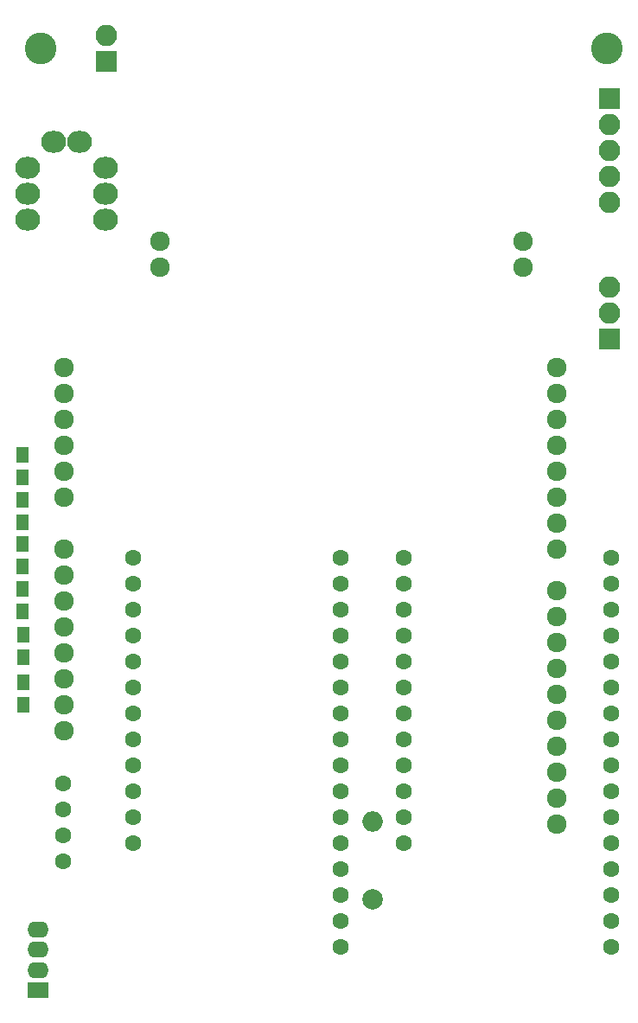
<source format=gbr>
G04 #@! TF.FileFunction,Soldermask,Top*
%FSLAX46Y46*%
G04 Gerber Fmt 4.6, Leading zero omitted, Abs format (unit mm)*
G04 Created by KiCad (PCBNEW 4.0.5) date 03/14/17 11:21:07*
%MOMM*%
%LPD*%
G01*
G04 APERTURE LIST*
%ADD10C,0.100000*%
%ADD11C,3.100000*%
%ADD12O,2.432000X2.127200*%
%ADD13R,2.100000X1.600000*%
%ADD14O,2.100000X1.600000*%
%ADD15C,1.600000*%
%ADD16C,1.924000*%
%ADD17R,2.100000X2.100000*%
%ADD18O,2.100000X2.100000*%
%ADD19C,2.000000*%
%ADD20O,2.000000X2.000000*%
%ADD21R,1.300000X1.600000*%
G04 APERTURE END LIST*
D10*
D11*
X53250000Y-53250000D03*
D12*
X59620000Y-64920000D03*
X59620000Y-67460000D03*
X59620000Y-70000000D03*
X57080000Y-62380000D03*
X54540000Y-62380000D03*
X52000000Y-64920000D03*
X52000000Y-67460000D03*
X52000000Y-70000000D03*
D13*
X53000000Y-145500000D03*
D14*
X53000000Y-143500000D03*
X53000000Y-141500000D03*
X53000000Y-139500000D03*
D15*
X82670000Y-141240000D03*
X82670000Y-138700000D03*
X82670000Y-136160000D03*
X82670000Y-133620000D03*
X62350000Y-131080000D03*
X82670000Y-131080000D03*
X62350000Y-128540000D03*
X82670000Y-128540000D03*
X62350000Y-126000000D03*
X82670000Y-126000000D03*
X62350000Y-123460000D03*
X82670000Y-123460000D03*
X62350000Y-120920000D03*
X82670000Y-120920000D03*
X62350000Y-118380000D03*
X82670000Y-118380000D03*
X62350000Y-115840000D03*
X82670000Y-115840000D03*
X62350000Y-113300000D03*
X82670000Y-113300000D03*
X62350000Y-110760000D03*
X82670000Y-110760000D03*
X62350000Y-108220000D03*
X82670000Y-108220000D03*
X62350000Y-105680000D03*
X82670000Y-105680000D03*
X62350000Y-103140000D03*
X82670000Y-103140000D03*
D16*
X65000000Y-74660000D03*
X65000000Y-72120000D03*
X100560000Y-72120000D03*
X100560000Y-74660000D03*
D15*
X109160000Y-141250000D03*
X109160000Y-138710000D03*
X109160000Y-136170000D03*
X109160000Y-133630000D03*
X88840000Y-131090000D03*
X109160000Y-131090000D03*
X88840000Y-128550000D03*
X109160000Y-128550000D03*
X88840000Y-126010000D03*
X109160000Y-126010000D03*
X88840000Y-123470000D03*
X109160000Y-123470000D03*
X88840000Y-120930000D03*
X109160000Y-120930000D03*
X88840000Y-118390000D03*
X109160000Y-118390000D03*
X88840000Y-115850000D03*
X109160000Y-115850000D03*
X88840000Y-113310000D03*
X109160000Y-113310000D03*
X88840000Y-110770000D03*
X109160000Y-110770000D03*
X88840000Y-108230000D03*
X109160000Y-108230000D03*
X88840000Y-105690000D03*
X109160000Y-105690000D03*
X88840000Y-103150000D03*
X109160000Y-103150000D03*
D17*
X109000000Y-58170000D03*
D18*
X109000000Y-60710000D03*
X109000000Y-63250000D03*
X109000000Y-65790000D03*
X109000000Y-68330000D03*
D19*
X85750000Y-136620000D03*
D20*
X85750000Y-129000000D03*
D15*
X55500000Y-125250000D03*
X55500000Y-127790000D03*
X55500000Y-130330000D03*
X55500000Y-132870000D03*
D16*
X55540000Y-84500000D03*
X55540000Y-87040000D03*
X55540000Y-89580000D03*
X55540000Y-97200000D03*
X55540000Y-94660000D03*
X55540000Y-92120000D03*
X55540000Y-102280000D03*
X55540000Y-104820000D03*
X55540000Y-107360000D03*
X55540000Y-112440000D03*
X55540000Y-114980000D03*
X103800000Y-84500000D03*
X103800000Y-87040000D03*
X103800000Y-89580000D03*
X103800000Y-92120000D03*
X103800000Y-94660000D03*
X103800000Y-97200000D03*
X103800000Y-99740000D03*
X103800000Y-102280000D03*
X103800000Y-106344000D03*
X103800000Y-108884000D03*
X103800000Y-111424000D03*
X103800000Y-113964000D03*
X103800000Y-116504000D03*
X103800000Y-119044000D03*
X103800000Y-121584000D03*
X103800000Y-124124000D03*
X55540000Y-109900000D03*
X103800000Y-126664000D03*
X103800000Y-129204000D03*
X55540000Y-117520000D03*
X55540000Y-120060000D03*
D17*
X109000000Y-81750000D03*
D18*
X109000000Y-79210000D03*
X109000000Y-76670000D03*
D21*
X51500000Y-93100000D03*
X51500000Y-95300000D03*
X51514580Y-101811994D03*
X51514580Y-104011994D03*
X51541598Y-110703572D03*
X51541598Y-112903572D03*
X51500000Y-99650000D03*
X51500000Y-97450000D03*
X51514580Y-108411994D03*
X51514580Y-106211994D03*
X51541598Y-117553572D03*
X51541598Y-115353572D03*
D17*
X59750000Y-54500000D03*
D18*
X59750000Y-51960000D03*
D11*
X108750000Y-53250000D03*
M02*

</source>
